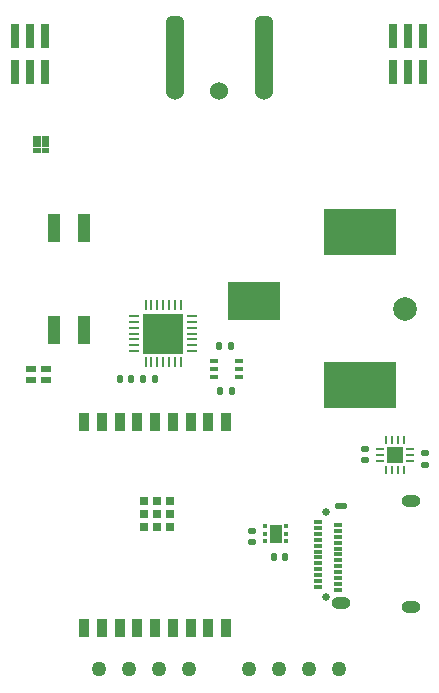
<source format=gbr>
%TF.GenerationSoftware,KiCad,Pcbnew,7.0.5*%
%TF.CreationDate,2023-06-16T17:12:54-04:00*%
%TF.ProjectId,ESP32Sensor-Sensor_board,45535033-3253-4656-9e73-6f722d53656e,rev?*%
%TF.SameCoordinates,Original*%
%TF.FileFunction,Soldermask,Top*%
%TF.FilePolarity,Negative*%
%FSLAX46Y46*%
G04 Gerber Fmt 4.6, Leading zero omitted, Abs format (unit mm)*
G04 Created by KiCad (PCBNEW 7.0.5) date 2023-06-16 17:12:54*
%MOMM*%
%LPD*%
G01*
G04 APERTURE LIST*
G04 Aperture macros list*
%AMRoundRect*
0 Rectangle with rounded corners*
0 $1 Rounding radius*
0 $2 $3 $4 $5 $6 $7 $8 $9 X,Y pos of 4 corners*
0 Add a 4 corners polygon primitive as box body*
4,1,4,$2,$3,$4,$5,$6,$7,$8,$9,$2,$3,0*
0 Add four circle primitives for the rounded corners*
1,1,$1+$1,$2,$3*
1,1,$1+$1,$4,$5*
1,1,$1+$1,$6,$7*
1,1,$1+$1,$8,$9*
0 Add four rect primitives between the rounded corners*
20,1,$1+$1,$2,$3,$4,$5,0*
20,1,$1+$1,$4,$5,$6,$7,0*
20,1,$1+$1,$6,$7,$8,$9,0*
20,1,$1+$1,$8,$9,$2,$3,0*%
G04 Aperture macros list end*
%ADD10RoundRect,0.140000X0.140000X0.170000X-0.140000X0.170000X-0.140000X-0.170000X0.140000X-0.170000X0*%
%ADD11RoundRect,0.135000X0.135000X0.185000X-0.135000X0.185000X-0.135000X-0.185000X0.135000X-0.185000X0*%
%ADD12C,0.650000*%
%ADD13O,1.100000X0.500000*%
%ADD14R,0.700000X0.300000*%
%ADD15O,1.600000X1.000000*%
%ADD16R,0.782500X0.355600*%
%ADD17RoundRect,0.093750X-0.093750X-0.106250X0.093750X-0.106250X0.093750X0.106250X-0.093750X0.106250X0*%
%ADD18R,1.000000X1.600000*%
%ADD19RoundRect,0.135000X-0.135000X-0.185000X0.135000X-0.185000X0.135000X0.185000X-0.135000X0.185000X0*%
%ADD20R,0.760000X2.030000*%
%ADD21R,0.550000X0.300000*%
%ADD22R,0.520000X0.300000*%
%ADD23RoundRect,0.062500X0.275000X0.062500X-0.275000X0.062500X-0.275000X-0.062500X0.275000X-0.062500X0*%
%ADD24RoundRect,0.062500X0.062500X0.275000X-0.062500X0.275000X-0.062500X-0.275000X0.062500X-0.275000X0*%
%ADD25R,1.450000X1.450000*%
%ADD26RoundRect,0.140000X-0.170000X0.140000X-0.170000X-0.140000X0.170000X-0.140000X0.170000X0.140000X0*%
%ADD27R,0.863600X0.508000*%
%ADD28RoundRect,0.062500X-0.337500X-0.062500X0.337500X-0.062500X0.337500X0.062500X-0.337500X0.062500X0*%
%ADD29RoundRect,0.062500X-0.062500X-0.337500X0.062500X-0.337500X0.062500X0.337500X-0.062500X0.337500X0*%
%ADD30R,3.350000X3.350000*%
%ADD31C,1.270000*%
%ADD32C,2.000000*%
%ADD33R,4.400000X3.300000*%
%ADD34R,6.200000X3.900000*%
%ADD35R,1.130000X2.440000*%
%ADD36RoundRect,0.381000X-0.381000X-2.794000X0.381000X-2.794000X0.381000X2.794000X-0.381000X2.794000X0*%
%ADD37C,1.524000*%
%ADD38R,0.889000X1.498600*%
%ADD39R,0.711200X0.711200*%
G04 APERTURE END LIST*
%TO.C,U6*%
G36*
X-15090000Y-13130001D02*
G01*
X-15750001Y-13130001D01*
X-15750001Y-12689999D01*
X-15090000Y-12689999D01*
X-15090000Y-13130001D01*
G37*
G36*
X-15090000Y-13630000D02*
G01*
X-15750001Y-13630000D01*
X-15750001Y-13190000D01*
X-15090000Y-13190000D01*
X-15090000Y-13630000D01*
G37*
G36*
X-15090000Y-14130001D02*
G01*
X-15750001Y-14130001D01*
X-15750001Y-13689999D01*
X-15090000Y-13689999D01*
X-15090000Y-14130001D01*
G37*
G36*
X-14349999Y-13130001D02*
G01*
X-15010000Y-13130001D01*
X-15010000Y-12689999D01*
X-14349999Y-12689999D01*
X-14349999Y-13130001D01*
G37*
G36*
X-14349999Y-13630000D02*
G01*
X-15010000Y-13630000D01*
X-15010000Y-13190000D01*
X-14349999Y-13190000D01*
X-14349999Y-13630000D01*
G37*
G36*
X-14349999Y-14130001D02*
G01*
X-15010000Y-14130001D01*
X-15010000Y-13689999D01*
X-14349999Y-13689999D01*
X-14349999Y-14130001D01*
G37*
%TD*%
D10*
%TO.C,C1*%
X-7414300Y-33195100D03*
X-8374300Y-33195100D03*
%TD*%
D11*
%TO.C,R1*%
X-5380300Y-33195100D03*
X-6400300Y-33195100D03*
%TD*%
D12*
%TO.C,J2*%
X9056000Y-51688000D03*
X9056000Y-44488000D03*
D13*
X10306000Y-43958000D03*
D14*
X8396000Y-50838000D03*
X8396000Y-50338000D03*
X8396000Y-49838000D03*
X8396000Y-49338000D03*
X8396000Y-48838000D03*
X8396000Y-48338000D03*
X8396000Y-47838000D03*
X8396000Y-47338000D03*
X8396000Y-46838000D03*
X8396000Y-46338000D03*
X8396000Y-45838000D03*
X8396000Y-45338000D03*
X10096000Y-45588000D03*
X10096000Y-46088000D03*
X10096000Y-46588000D03*
X10096000Y-47088000D03*
X10096000Y-47588000D03*
X10096000Y-48088000D03*
X10096000Y-48588000D03*
X10096000Y-49088000D03*
X10096000Y-49588000D03*
X10096000Y-50088000D03*
X10096000Y-50588000D03*
X10096000Y-51088000D03*
D15*
X10306000Y-52218000D03*
X16256000Y-52578000D03*
X16256000Y-43598000D03*
%TD*%
D16*
%TO.C,U4*%
X1699349Y-33034999D03*
X1699349Y-32385000D03*
X1699349Y-31735001D03*
X-429349Y-31735001D03*
X-429349Y-32385000D03*
X-429349Y-33034999D03*
%TD*%
D17*
%TO.C,U5*%
X3940000Y-45690000D03*
X3940000Y-46340000D03*
X3940000Y-46990000D03*
X5715000Y-46990000D03*
X5715000Y-46340000D03*
X5715000Y-45690000D03*
D18*
X4827500Y-46340000D03*
%TD*%
D19*
%TO.C,R2*%
X0Y-30480000D03*
X1020000Y-30480000D03*
%TD*%
D20*
%TO.C,J4*%
X-14730000Y-4180000D03*
X-14730000Y-7230000D03*
X-16000000Y-4180000D03*
X-16000000Y-7230000D03*
X-17270000Y-4180000D03*
X-17270000Y-7230000D03*
%TD*%
D21*
%TO.C,U6*%
X-15405013Y-12910001D03*
D22*
X-15419999Y-13410000D03*
X-15419999Y-13909999D03*
X-14680001Y-13909999D03*
X-14680001Y-13410000D03*
X-14680001Y-12910001D03*
%TD*%
D20*
%TO.C,J3*%
X17270000Y-4180000D03*
X17270000Y-7230000D03*
X16000000Y-4180000D03*
X16000000Y-7230000D03*
X14730000Y-4180000D03*
X14730000Y-7230000D03*
%TD*%
D10*
%TO.C,C4*%
X5589500Y-48330000D03*
X4629500Y-48330000D03*
%TD*%
D23*
%TO.C,U3*%
X16142500Y-40145000D03*
X16142500Y-39645000D03*
X16142500Y-39145000D03*
D24*
X15630000Y-38382500D03*
X15130000Y-38382500D03*
X14630000Y-38382500D03*
X14130000Y-38382500D03*
D23*
X13617500Y-39145000D03*
X13617500Y-39645000D03*
X13617500Y-40145000D03*
D24*
X14130000Y-40907500D03*
X14630000Y-40907500D03*
X15130000Y-40907500D03*
X15630000Y-40907500D03*
D25*
X14880000Y-39645000D03*
%TD*%
D26*
%TO.C,C3*%
X17420000Y-39525000D03*
X17420000Y-40485000D03*
%TD*%
D19*
%TO.C,R3*%
X125000Y-34290000D03*
X1145000Y-34290000D03*
%TD*%
D27*
%TO.C,U13*%
X-15875001Y-32385000D03*
X-15875001Y-33335000D03*
X-14628999Y-33335000D03*
X-14628999Y-32385000D03*
%TD*%
D28*
%TO.C,U2*%
X-7160300Y-27885100D03*
X-7160300Y-28385100D03*
X-7160300Y-28885100D03*
X-7160300Y-29385100D03*
X-7160300Y-29885100D03*
X-7160300Y-30385100D03*
X-7160300Y-30885100D03*
D29*
X-6210300Y-31835100D03*
X-5710300Y-31835100D03*
X-5210300Y-31835100D03*
X-4710300Y-31835100D03*
X-4210300Y-31835100D03*
X-3710300Y-31835100D03*
X-3210300Y-31835100D03*
D28*
X-2260300Y-30885100D03*
X-2260300Y-30385100D03*
X-2260300Y-29885100D03*
X-2260300Y-29385100D03*
X-2260300Y-28885100D03*
X-2260300Y-28385100D03*
X-2260300Y-27885100D03*
D29*
X-3210300Y-26935100D03*
X-3710300Y-26935100D03*
X-4210300Y-26935100D03*
X-4710300Y-26935100D03*
X-5210300Y-26935100D03*
X-5710300Y-26935100D03*
X-6210300Y-26935100D03*
D30*
X-4710300Y-29385100D03*
%TD*%
D31*
%TO.C,J5*%
X-10160000Y-57785000D03*
X-7620000Y-57785000D03*
X-5080000Y-57785000D03*
X-2540000Y-57785000D03*
%TD*%
D32*
%TO.C,J1*%
X15738000Y-27278000D03*
D33*
X2988000Y-26628000D03*
D34*
X11938000Y-33728000D03*
X11938000Y-20828000D03*
%TD*%
D35*
%TO.C,S1*%
X-13970000Y-29065000D03*
X-13970000Y-20465000D03*
X-11430000Y-29065000D03*
X-11430000Y-20465000D03*
%TD*%
D36*
%TO.C,PD1*%
X3810000Y-5715000D03*
D37*
X3810000Y-8890000D03*
D36*
X-3746500Y-5715000D03*
D37*
X-3746500Y-8890000D03*
X0Y-8890000D03*
%TD*%
D26*
%TO.C,C2*%
X12340000Y-39137000D03*
X12340000Y-40097000D03*
%TD*%
%TO.C,C5*%
X2795500Y-46100000D03*
X2795500Y-47060000D03*
%TD*%
D31*
%TO.C,J6*%
X2540000Y-57785000D03*
X5080000Y-57785000D03*
X7620000Y-57785000D03*
X10160000Y-57785000D03*
%TD*%
D38*
%TO.C,U1*%
X-11405087Y-54356000D03*
X-9905087Y-54356000D03*
X-8405085Y-54356000D03*
X-6905086Y-54356000D03*
X-5405086Y-54356000D03*
X-3905087Y-54356000D03*
X-2405087Y-54356000D03*
X-905085Y-54356000D03*
X594915Y-54356000D03*
X594915Y-36856000D03*
X-905085Y-36856000D03*
X-2405087Y-36856000D03*
X-3905087Y-36856000D03*
X-5405086Y-36856000D03*
X-6905086Y-36856000D03*
X-8405085Y-36856000D03*
X-9905087Y-36856000D03*
X-11405087Y-36856000D03*
D39*
X-6305110Y-45750198D03*
X-6305110Y-44650198D03*
X-6305110Y-43550198D03*
X-5205112Y-45750300D03*
X-5205112Y-44650300D03*
X-5205112Y-43550299D03*
X-4105114Y-45750198D03*
X-4105114Y-44650198D03*
X-4105114Y-43550198D03*
%TD*%
M02*

</source>
